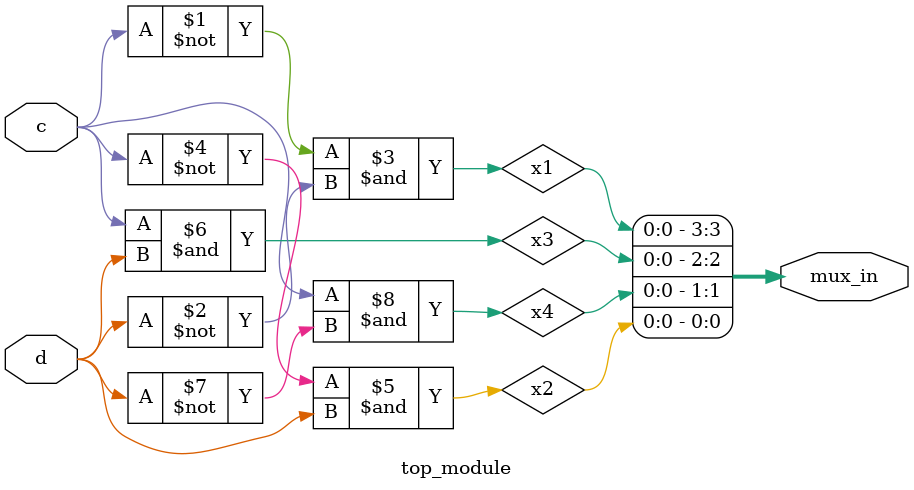
<source format=sv>
module top_module (
    input c,
    input d,
    output [3:0] mux_in
);

wire x1, x2, x3, x4;

// Implement the Karnaugh map using 2-to-1 multiplexers
assign x1 = (~c & ~d);
assign x2 = (~c & d);
assign x3 = (c & d);
assign x4 = (c & ~d);

// Connect the outputs of the 2-to-1 multiplexers to the 4-to-1 multiplexer inputs
assign mux_in[0] = x2;
assign mux_in[1] = x4;
assign mux_in[2] = x3;
assign mux_in[3] = x1;

endmodule

</source>
